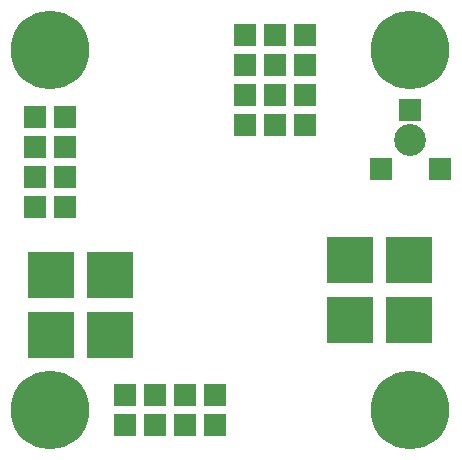
<source format=gbr>
G75*
G70*
%OFA0B0*%
%FSLAX24Y24*%
%IPPOS*%
%LPD*%
%AMOC8*
5,1,8,0,0,1.08239X$1,22.5*
%
%ADD10R,0.0730X0.0730*%
%ADD11R,0.0780X0.0780*%
%ADD12C,0.1064*%
%ADD13C,0.2620*%
%ADD14R,0.1580X0.1580*%
D10*
X004680Y001680D03*
X004680Y002680D03*
X005680Y002680D03*
X006680Y002680D03*
X007680Y002680D03*
X007680Y001680D03*
X006680Y001680D03*
X005680Y001680D03*
X002680Y008930D03*
X002680Y009930D03*
X002680Y010930D03*
X002680Y011930D03*
X001680Y011930D03*
X001680Y010930D03*
X001680Y009930D03*
X001680Y008930D03*
X008680Y011680D03*
X008680Y012680D03*
X008680Y013680D03*
X009680Y013680D03*
X009680Y012680D03*
X009680Y011680D03*
X010680Y011680D03*
X010680Y012680D03*
X010680Y013680D03*
X010680Y014680D03*
X009680Y014680D03*
X008680Y014680D03*
D11*
X013196Y010196D03*
X015164Y010196D03*
X014180Y012164D03*
D12*
X014180Y011180D03*
D13*
X002180Y002180D03*
X002180Y014180D03*
X014180Y014180D03*
X014180Y002180D03*
D14*
X014149Y005180D03*
X012180Y005180D03*
X012180Y007180D03*
X014149Y007180D03*
X004180Y006680D03*
X002211Y006680D03*
X002211Y004680D03*
X004180Y004680D03*
M02*

</source>
